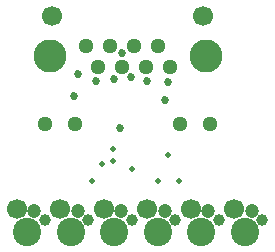
<source format=gbr>
G04 start of page 6 for group 4 idx 15 *
G04 Title: (unknown), exclude2 *
G04 Creator: pcb 4.2.0 *
G04 CreationDate: Mon Aug 31 02:34:49 2020 UTC *
G04 For: commonadmin *
G04 Format: Gerber/RS-274X *
G04 PCB-Dimensions (mil): 1000.00 1100.00 *
G04 PCB-Coordinate-Origin: lower left *
%MOIN*%
%FSLAX25Y25*%
%LNGROUP4*%
%ADD76C,0.0354*%
%ADD75C,0.0197*%
%ADD74C,0.0295*%
%ADD73C,0.0492*%
%ADD72C,0.0787*%
%ADD71C,0.0100*%
%ADD70C,0.0130*%
%ADD69C,0.0200*%
%ADD68C,0.0270*%
%ADD67C,0.0512*%
%ADD66C,0.1102*%
%ADD65C,0.0394*%
%ADD64C,0.0472*%
%ADD63C,0.0669*%
%ADD62C,0.0945*%
G54D62*X10500Y11500D03*
G54D63*X6957Y18980D03*
G54D64*X12862Y18587D03*
G54D65*X16406Y15437D03*
G54D62*X25000Y11500D03*
G54D63*X21457Y18980D03*
G54D65*X30906Y15437D03*
G54D63*X18819Y83504D03*
G54D66*X18031Y70000D03*
G54D67*X46024Y73543D03*
X37992D03*
X29961D03*
X61535Y47520D03*
X71575D03*
G54D63*X69213Y83504D03*
G54D66*X70000Y70000D03*
G54D67*X54055Y73543D03*
X42008Y66457D03*
X33976D03*
X16457Y47520D03*
X26496D03*
X50039Y66457D03*
X58071D03*
G54D64*X27362Y18587D03*
G54D63*X35957Y18980D03*
G54D64*X41862Y18587D03*
G54D62*X39500Y11500D03*
G54D65*X45406Y15437D03*
G54D62*X54000Y11500D03*
G54D65*X59906Y15437D03*
G54D62*X68500Y11500D03*
G54D63*X50457Y18980D03*
G54D64*X56362Y18587D03*
G54D63*X64957Y18980D03*
G54D64*X70862Y18587D03*
G54D65*X74406Y15437D03*
G54D62*X83000Y11500D03*
G54D65*X88906Y15437D03*
G54D63*X79457Y18980D03*
G54D64*X85362Y18587D03*
G54D68*X41500Y46000D03*
X56500Y55500D03*
X57500Y61500D03*
X45000Y63000D03*
X50500Y61800D03*
X26200Y56900D03*
X27500Y64000D03*
X33300Y61900D03*
X39500Y62500D03*
X42100Y71100D03*
G54D69*X54000Y28500D03*
X32000D03*
X61000D03*
X57500Y37000D03*
X39000Y35000D03*
Y39000D03*
X35500Y34000D03*
X45500Y32500D03*
G54D70*G54D71*G54D72*G54D73*G54D74*G54D75*G54D72*G54D73*G54D75*G54D67*G54D62*G54D76*G54D67*G54D62*G54D76*G54D74*G54D73*G54D74*G54D72*G54D75*G54D72*G54D75*G54D72*G54D73*G54D74*G54D73*G54D74*G54D75*G54D72*G54D75*G54D73*G54D74*M02*

</source>
